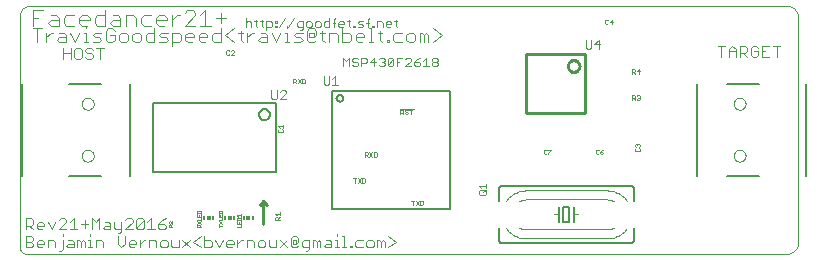
<source format=gto>
G75*
%MOIN*%
%OFA0B0*%
%FSLAX24Y24*%
%IPPOS*%
%LPD*%
%AMOC8*
5,1,8,0,0,1.08239X$1,22.5*
%
%ADD10C,0.0000*%
%ADD11C,0.0100*%
%ADD12C,0.0010*%
%ADD13C,0.0040*%
%ADD14C,0.0030*%
%ADD15R,0.0059X0.0118*%
%ADD16R,0.0118X0.0118*%
%ADD17C,0.0060*%
%ADD18C,0.0050*%
%ADD19C,0.0020*%
D10*
X000872Y000527D02*
X026208Y000527D01*
X026208Y000528D02*
X026246Y000530D01*
X026283Y000535D01*
X026320Y000545D01*
X026356Y000557D01*
X026390Y000574D01*
X026422Y000593D01*
X026453Y000616D01*
X026481Y000641D01*
X026506Y000669D01*
X026529Y000700D01*
X026548Y000732D01*
X026565Y000766D01*
X026577Y000802D01*
X026587Y000839D01*
X026592Y000876D01*
X026594Y000914D01*
X026594Y008399D01*
X026592Y008438D01*
X026586Y008476D01*
X026577Y008514D01*
X026564Y008551D01*
X026547Y008586D01*
X026527Y008619D01*
X026504Y008650D01*
X026478Y008679D01*
X026449Y008705D01*
X026418Y008728D01*
X026385Y008748D01*
X026350Y008765D01*
X026313Y008778D01*
X026275Y008787D01*
X026237Y008793D01*
X026198Y008795D01*
X000984Y008795D01*
X000949Y008793D01*
X000915Y008788D01*
X000881Y008779D01*
X000848Y008766D01*
X000817Y008750D01*
X000788Y008731D01*
X000761Y008709D01*
X000736Y008684D01*
X000714Y008657D01*
X000695Y008628D01*
X000679Y008597D01*
X000666Y008564D01*
X000657Y008530D01*
X000652Y008496D01*
X000650Y008461D01*
X000649Y008461D02*
X000649Y000750D01*
X000651Y000721D01*
X000657Y000692D01*
X000666Y000665D01*
X000679Y000639D01*
X000695Y000614D01*
X000714Y000592D01*
X000736Y000573D01*
X000760Y000557D01*
X000787Y000544D01*
X000814Y000535D01*
X000843Y000529D01*
X000872Y000527D01*
X002721Y003795D02*
X002723Y003822D01*
X002729Y003849D01*
X002738Y003875D01*
X002751Y003899D01*
X002767Y003922D01*
X002786Y003941D01*
X002808Y003958D01*
X002832Y003972D01*
X002857Y003982D01*
X002884Y003989D01*
X002911Y003992D01*
X002939Y003991D01*
X002966Y003986D01*
X002992Y003978D01*
X003016Y003966D01*
X003039Y003950D01*
X003060Y003932D01*
X003077Y003911D01*
X003092Y003887D01*
X003103Y003862D01*
X003111Y003836D01*
X003115Y003809D01*
X003115Y003781D01*
X003111Y003754D01*
X003103Y003728D01*
X003092Y003703D01*
X003077Y003679D01*
X003060Y003658D01*
X003039Y003640D01*
X003017Y003624D01*
X002992Y003612D01*
X002966Y003604D01*
X002939Y003599D01*
X002911Y003598D01*
X002884Y003601D01*
X002857Y003608D01*
X002832Y003618D01*
X002808Y003632D01*
X002786Y003649D01*
X002767Y003668D01*
X002751Y003691D01*
X002738Y003715D01*
X002729Y003741D01*
X002723Y003768D01*
X002721Y003795D01*
X002721Y005527D02*
X002723Y005554D01*
X002729Y005581D01*
X002738Y005607D01*
X002751Y005631D01*
X002767Y005654D01*
X002786Y005673D01*
X002808Y005690D01*
X002832Y005704D01*
X002857Y005714D01*
X002884Y005721D01*
X002911Y005724D01*
X002939Y005723D01*
X002966Y005718D01*
X002992Y005710D01*
X003016Y005698D01*
X003039Y005682D01*
X003060Y005664D01*
X003077Y005643D01*
X003092Y005619D01*
X003103Y005594D01*
X003111Y005568D01*
X003115Y005541D01*
X003115Y005513D01*
X003111Y005486D01*
X003103Y005460D01*
X003092Y005435D01*
X003077Y005411D01*
X003060Y005390D01*
X003039Y005372D01*
X003017Y005356D01*
X002992Y005344D01*
X002966Y005336D01*
X002939Y005331D01*
X002911Y005330D01*
X002884Y005333D01*
X002857Y005340D01*
X002832Y005350D01*
X002808Y005364D01*
X002786Y005381D01*
X002767Y005400D01*
X002751Y005423D01*
X002738Y005447D01*
X002729Y005473D01*
X002723Y005500D01*
X002721Y005527D01*
X024452Y005527D02*
X024454Y005554D01*
X024460Y005581D01*
X024469Y005607D01*
X024482Y005631D01*
X024498Y005654D01*
X024517Y005673D01*
X024539Y005690D01*
X024563Y005704D01*
X024588Y005714D01*
X024615Y005721D01*
X024642Y005724D01*
X024670Y005723D01*
X024697Y005718D01*
X024723Y005710D01*
X024747Y005698D01*
X024770Y005682D01*
X024791Y005664D01*
X024808Y005643D01*
X024823Y005619D01*
X024834Y005594D01*
X024842Y005568D01*
X024846Y005541D01*
X024846Y005513D01*
X024842Y005486D01*
X024834Y005460D01*
X024823Y005435D01*
X024808Y005411D01*
X024791Y005390D01*
X024770Y005372D01*
X024748Y005356D01*
X024723Y005344D01*
X024697Y005336D01*
X024670Y005331D01*
X024642Y005330D01*
X024615Y005333D01*
X024588Y005340D01*
X024563Y005350D01*
X024539Y005364D01*
X024517Y005381D01*
X024498Y005400D01*
X024482Y005423D01*
X024469Y005447D01*
X024460Y005473D01*
X024454Y005500D01*
X024452Y005527D01*
X024452Y003795D02*
X024454Y003822D01*
X024460Y003849D01*
X024469Y003875D01*
X024482Y003899D01*
X024498Y003922D01*
X024517Y003941D01*
X024539Y003958D01*
X024563Y003972D01*
X024588Y003982D01*
X024615Y003989D01*
X024642Y003992D01*
X024670Y003991D01*
X024697Y003986D01*
X024723Y003978D01*
X024747Y003966D01*
X024770Y003950D01*
X024791Y003932D01*
X024808Y003911D01*
X024823Y003887D01*
X024834Y003862D01*
X024842Y003836D01*
X024846Y003809D01*
X024846Y003781D01*
X024842Y003754D01*
X024834Y003728D01*
X024823Y003703D01*
X024808Y003679D01*
X024791Y003658D01*
X024770Y003640D01*
X024748Y003624D01*
X024723Y003612D01*
X024697Y003604D01*
X024670Y003599D01*
X024642Y003598D01*
X024615Y003601D01*
X024588Y003608D01*
X024563Y003618D01*
X024539Y003632D01*
X024517Y003649D01*
X024498Y003668D01*
X024482Y003691D01*
X024469Y003715D01*
X024460Y003741D01*
X024454Y003768D01*
X024452Y003795D01*
D11*
X019508Y005212D02*
X019508Y007181D01*
X017539Y007181D01*
X017539Y005212D01*
X019508Y005212D01*
X018917Y006787D02*
X018919Y006814D01*
X018925Y006841D01*
X018934Y006867D01*
X018947Y006891D01*
X018963Y006914D01*
X018982Y006933D01*
X019004Y006950D01*
X019028Y006964D01*
X019053Y006974D01*
X019080Y006981D01*
X019107Y006984D01*
X019135Y006983D01*
X019162Y006978D01*
X019188Y006970D01*
X019212Y006958D01*
X019235Y006942D01*
X019256Y006924D01*
X019273Y006903D01*
X019288Y006879D01*
X019299Y006854D01*
X019307Y006828D01*
X019311Y006801D01*
X019311Y006773D01*
X019307Y006746D01*
X019299Y006720D01*
X019288Y006695D01*
X019273Y006671D01*
X019256Y006650D01*
X019235Y006632D01*
X019213Y006616D01*
X019188Y006604D01*
X019162Y006596D01*
X019135Y006591D01*
X019107Y006590D01*
X019080Y006593D01*
X019053Y006600D01*
X019028Y006610D01*
X019004Y006624D01*
X018982Y006641D01*
X018963Y006660D01*
X018947Y006683D01*
X018934Y006707D01*
X018925Y006733D01*
X018919Y006760D01*
X018917Y006787D01*
X008899Y002152D02*
X008774Y002277D01*
X008649Y002152D01*
X008774Y002277D02*
X008774Y001527D01*
D12*
X009166Y001657D02*
X009166Y001733D01*
X009191Y001758D01*
X009241Y001758D01*
X009266Y001733D01*
X009266Y001657D01*
X009316Y001657D02*
X009166Y001657D01*
X009266Y001707D02*
X009316Y001758D01*
X009316Y001805D02*
X009316Y001905D01*
X009316Y001855D02*
X009166Y001855D01*
X009216Y001805D01*
X008019Y001805D02*
X007904Y001805D01*
X007943Y001766D01*
X007924Y001728D02*
X007904Y001709D01*
X007904Y001651D01*
X008019Y001651D01*
X008019Y001709D01*
X008000Y001728D01*
X007924Y001728D01*
X008019Y001766D02*
X008019Y001843D01*
X008019Y001613D02*
X008019Y001536D01*
X007904Y001536D01*
X007904Y001613D01*
X007962Y001575D02*
X007962Y001536D01*
X008019Y001498D02*
X008019Y001421D01*
X007904Y001421D01*
X007394Y001460D02*
X007279Y001460D01*
X007279Y001498D02*
X007279Y001421D01*
X007279Y001536D02*
X007394Y001613D01*
X007394Y001651D02*
X007394Y001728D01*
X007394Y001766D02*
X007394Y001843D01*
X007394Y001881D02*
X007394Y001939D01*
X007375Y001958D01*
X007299Y001958D01*
X007279Y001939D01*
X007279Y001881D01*
X007394Y001881D01*
X007337Y001805D02*
X007337Y001766D01*
X007394Y001766D02*
X007279Y001766D01*
X007279Y001843D01*
X007279Y001651D02*
X007394Y001651D01*
X007394Y001536D02*
X007279Y001613D01*
X006691Y001613D02*
X006576Y001536D01*
X006595Y001498D02*
X006633Y001498D01*
X006652Y001479D01*
X006652Y001421D01*
X006652Y001460D02*
X006691Y001498D01*
X006691Y001536D02*
X006576Y001613D01*
X006576Y001651D02*
X006691Y001651D01*
X006691Y001728D01*
X006691Y001766D02*
X006691Y001843D01*
X006691Y001881D02*
X006691Y001939D01*
X006672Y001958D01*
X006595Y001958D01*
X006576Y001939D01*
X006576Y001881D01*
X006691Y001881D01*
X006633Y001805D02*
X006633Y001766D01*
X006576Y001766D02*
X006691Y001766D01*
X006576Y001766D02*
X006576Y001843D01*
X005737Y001605D02*
X005737Y001532D01*
X005664Y001605D01*
X005645Y001605D01*
X005627Y001587D01*
X005627Y001550D01*
X005645Y001532D01*
X005645Y001495D02*
X005682Y001495D01*
X005700Y001476D01*
X005700Y001421D01*
X005700Y001458D02*
X005737Y001495D01*
X005737Y001421D02*
X005627Y001421D01*
X005627Y001476D01*
X005645Y001495D01*
X006576Y001479D02*
X006576Y001421D01*
X006691Y001421D01*
X006595Y001498D02*
X006576Y001479D01*
X011770Y003046D02*
X011870Y003046D01*
X011917Y003046D02*
X012017Y002896D01*
X012064Y002896D02*
X012139Y002896D01*
X012164Y002921D01*
X012164Y003021D01*
X012139Y003046D01*
X012064Y003046D01*
X012064Y002896D01*
X011917Y002896D02*
X012017Y003046D01*
X011820Y003046D02*
X011820Y002896D01*
X013705Y002299D02*
X013805Y002299D01*
X013852Y002299D02*
X013952Y002149D01*
X013999Y002149D02*
X014074Y002149D01*
X014099Y002174D01*
X014099Y002274D01*
X014074Y002299D01*
X013999Y002299D01*
X013999Y002149D01*
X013852Y002149D02*
X013952Y002299D01*
X013755Y002299D02*
X013755Y002149D01*
X012528Y003762D02*
X012553Y003787D01*
X012553Y003887D01*
X012528Y003912D01*
X012453Y003912D01*
X012453Y003762D01*
X012528Y003762D01*
X012406Y003762D02*
X012306Y003912D01*
X012259Y003887D02*
X012259Y003837D01*
X012233Y003812D01*
X012158Y003812D01*
X012158Y003762D02*
X012158Y003912D01*
X012233Y003912D01*
X012259Y003887D01*
X012208Y003812D02*
X012259Y003762D01*
X012306Y003762D02*
X012406Y003912D01*
X009414Y004602D02*
X009414Y004652D01*
X009389Y004677D01*
X009414Y004724D02*
X009414Y004824D01*
X009414Y004774D02*
X009264Y004774D01*
X009314Y004724D01*
X009289Y004677D02*
X009264Y004652D01*
X009264Y004602D01*
X009289Y004577D01*
X009389Y004577D01*
X009414Y004602D01*
X013340Y005179D02*
X013340Y005329D01*
X013415Y005329D01*
X013440Y005304D01*
X013440Y005254D01*
X013415Y005229D01*
X013340Y005229D01*
X013390Y005229D02*
X013440Y005179D01*
X013487Y005204D02*
X013512Y005179D01*
X013562Y005179D01*
X013587Y005204D01*
X013587Y005229D01*
X013562Y005254D01*
X013512Y005254D01*
X013487Y005279D01*
X013487Y005304D01*
X013512Y005329D01*
X013562Y005329D01*
X013587Y005304D01*
X013634Y005329D02*
X013734Y005329D01*
X013777Y005349D02*
X013335Y005349D01*
X013684Y005329D02*
X013684Y005179D01*
X010160Y006234D02*
X010160Y006334D01*
X010135Y006359D01*
X010060Y006359D01*
X010060Y006209D01*
X010135Y006209D01*
X010160Y006234D01*
X010013Y006209D02*
X009913Y006359D01*
X009866Y006334D02*
X009841Y006359D01*
X009766Y006359D01*
X009766Y006209D01*
X009766Y006259D02*
X009841Y006259D01*
X009866Y006284D01*
X009866Y006334D01*
X009816Y006259D02*
X009866Y006209D01*
X009913Y006209D02*
X010013Y006359D01*
X007788Y007169D02*
X007688Y007169D01*
X007788Y007269D01*
X007788Y007294D01*
X007763Y007319D01*
X007713Y007319D01*
X007688Y007294D01*
X007640Y007294D02*
X007615Y007319D01*
X007565Y007319D01*
X007540Y007294D01*
X007540Y007194D01*
X007565Y007169D01*
X007615Y007169D01*
X007640Y007194D01*
X018121Y003978D02*
X018121Y003878D01*
X018146Y003853D01*
X018196Y003853D01*
X018221Y003878D01*
X018268Y003878D02*
X018268Y003853D01*
X018268Y003878D02*
X018368Y003978D01*
X018368Y004003D01*
X018268Y004003D01*
X018221Y003978D02*
X018196Y004003D01*
X018146Y004003D01*
X018121Y003978D01*
X019853Y003978D02*
X019853Y003878D01*
X019878Y003853D01*
X019928Y003853D01*
X019953Y003878D01*
X020001Y003878D02*
X020026Y003853D01*
X020076Y003853D01*
X020101Y003878D01*
X020101Y003903D01*
X020076Y003928D01*
X020001Y003928D01*
X020001Y003878D01*
X020001Y003928D02*
X020051Y003978D01*
X020101Y004003D01*
X019953Y003978D02*
X019928Y004003D01*
X019878Y004003D01*
X019853Y003978D01*
X021165Y003970D02*
X021190Y003945D01*
X021290Y003945D01*
X021315Y003970D01*
X021315Y004020D01*
X021290Y004045D01*
X021290Y004092D02*
X021315Y004117D01*
X021315Y004167D01*
X021290Y004192D01*
X021265Y004192D01*
X021240Y004167D01*
X021240Y004142D01*
X021240Y004167D02*
X021215Y004192D01*
X021190Y004192D01*
X021165Y004167D01*
X021165Y004117D01*
X021190Y004092D01*
X021190Y004045D02*
X021165Y004020D01*
X021165Y003970D01*
X021166Y005657D02*
X021116Y005707D01*
X021141Y005707D02*
X021066Y005707D01*
X021066Y005657D02*
X021066Y005808D01*
X021141Y005808D01*
X021166Y005783D01*
X021166Y005733D01*
X021141Y005707D01*
X021213Y005682D02*
X021238Y005657D01*
X021288Y005657D01*
X021313Y005682D01*
X021313Y005707D01*
X021288Y005733D01*
X021263Y005733D01*
X021288Y005733D02*
X021313Y005758D01*
X021313Y005783D01*
X021288Y005808D01*
X021238Y005808D01*
X021213Y005783D01*
X021166Y006533D02*
X021116Y006583D01*
X021141Y006583D02*
X021066Y006583D01*
X021066Y006533D02*
X021066Y006684D01*
X021141Y006684D01*
X021166Y006659D01*
X021166Y006608D01*
X021141Y006583D01*
X021213Y006608D02*
X021313Y006608D01*
X021288Y006533D02*
X021288Y006684D01*
X021213Y006608D01*
X020391Y008184D02*
X020391Y008334D01*
X020316Y008259D01*
X020416Y008259D01*
X020268Y008209D02*
X020243Y008184D01*
X020193Y008184D01*
X020168Y008209D01*
X020168Y008309D01*
X020193Y008334D01*
X020243Y008334D01*
X020268Y008309D01*
D13*
X014717Y007817D02*
X014424Y007597D01*
X014275Y007597D02*
X014275Y007817D01*
X014202Y007890D01*
X014129Y007817D01*
X014129Y007597D01*
X013982Y007597D02*
X013982Y007890D01*
X014055Y007890D01*
X014129Y007817D01*
X013833Y007817D02*
X013760Y007890D01*
X013613Y007890D01*
X013540Y007817D01*
X013540Y007670D01*
X013613Y007597D01*
X013760Y007597D01*
X013833Y007670D01*
X013833Y007817D01*
X013391Y007890D02*
X013171Y007890D01*
X013098Y007817D01*
X013098Y007670D01*
X013171Y007597D01*
X013391Y007597D01*
X012950Y007597D02*
X012877Y007597D01*
X012877Y007670D01*
X012950Y007670D01*
X012950Y007597D01*
X012729Y007597D02*
X012656Y007670D01*
X012656Y007964D01*
X012729Y007890D02*
X012582Y007890D01*
X012361Y008037D02*
X012361Y007597D01*
X012288Y007597D02*
X012434Y007597D01*
X012139Y007743D02*
X011846Y007743D01*
X011846Y007670D02*
X011846Y007817D01*
X011919Y007890D01*
X012066Y007890D01*
X012139Y007817D01*
X012139Y007743D01*
X012066Y007597D02*
X011919Y007597D01*
X011846Y007670D01*
X011697Y007670D02*
X011697Y007817D01*
X011624Y007890D01*
X011404Y007890D01*
X011404Y008037D02*
X011404Y007597D01*
X011624Y007597D01*
X011697Y007670D01*
X011255Y007597D02*
X011255Y007817D01*
X011182Y007890D01*
X010962Y007890D01*
X010962Y007597D01*
X010814Y007597D02*
X010740Y007670D01*
X010740Y007964D01*
X010667Y007890D02*
X010814Y007890D01*
X010519Y007817D02*
X010445Y007743D01*
X010445Y007890D01*
X010298Y007890D01*
X010298Y007743D01*
X010445Y007743D01*
X010519Y007670D02*
X010445Y007597D01*
X010298Y007597D01*
X010225Y007670D01*
X010225Y007964D01*
X010298Y008037D01*
X010445Y008037D01*
X010519Y007964D01*
X010519Y007817D01*
X010077Y007890D02*
X009856Y007890D01*
X009783Y007817D01*
X009856Y007743D01*
X010003Y007743D01*
X010077Y007670D01*
X010003Y007597D01*
X009783Y007597D01*
X009635Y007597D02*
X009488Y007597D01*
X009562Y007597D02*
X009562Y007890D01*
X009488Y007890D01*
X009340Y007890D02*
X009193Y007597D01*
X009046Y007890D01*
X008898Y007817D02*
X008898Y007597D01*
X008678Y007597D01*
X008604Y007670D01*
X008678Y007743D01*
X008898Y007743D01*
X008898Y007817D02*
X008825Y007890D01*
X008678Y007890D01*
X008456Y007890D02*
X008383Y007890D01*
X008236Y007743D01*
X008236Y007597D02*
X008236Y007890D01*
X008088Y007890D02*
X007941Y007890D01*
X008015Y007964D02*
X008015Y007670D01*
X008088Y007597D01*
X007793Y007597D02*
X007499Y007817D01*
X007793Y008037D01*
X007351Y008037D02*
X007351Y007597D01*
X007131Y007597D01*
X007057Y007670D01*
X007057Y007817D01*
X007131Y007890D01*
X007351Y007890D01*
X006909Y007817D02*
X006909Y007743D01*
X006615Y007743D01*
X006615Y007670D02*
X006615Y007817D01*
X006689Y007890D01*
X006836Y007890D01*
X006909Y007817D01*
X006836Y007597D02*
X006689Y007597D01*
X006615Y007670D01*
X006467Y007743D02*
X006173Y007743D01*
X006173Y007670D02*
X006173Y007817D01*
X006247Y007890D01*
X006394Y007890D01*
X006467Y007817D01*
X006467Y007743D01*
X006394Y007597D02*
X006247Y007597D01*
X006173Y007670D01*
X006025Y007670D02*
X005952Y007597D01*
X005732Y007597D01*
X005583Y007670D02*
X005510Y007743D01*
X005363Y007743D01*
X005290Y007817D01*
X005363Y007890D01*
X005583Y007890D01*
X005732Y007890D02*
X005952Y007890D01*
X006025Y007817D01*
X006025Y007670D01*
X005583Y007670D02*
X005510Y007597D01*
X005290Y007597D01*
X005141Y007597D02*
X004921Y007597D01*
X004848Y007670D01*
X004848Y007817D01*
X004921Y007890D01*
X005141Y007890D01*
X005141Y008037D02*
X005141Y007597D01*
X004699Y007670D02*
X004699Y007817D01*
X004626Y007890D01*
X004479Y007890D01*
X004406Y007817D01*
X004406Y007670D01*
X004479Y007597D01*
X004626Y007597D01*
X004699Y007670D01*
X004257Y007670D02*
X004257Y007817D01*
X004184Y007890D01*
X004037Y007890D01*
X003964Y007817D01*
X003964Y007670D01*
X004037Y007597D01*
X004184Y007597D01*
X004257Y007670D01*
X003815Y007670D02*
X003815Y007817D01*
X003668Y007817D01*
X003373Y007890D02*
X003153Y007890D01*
X003080Y007817D01*
X003153Y007743D01*
X003300Y007743D01*
X003373Y007670D01*
X003300Y007597D01*
X003080Y007597D01*
X002932Y007597D02*
X002785Y007597D01*
X002858Y007597D02*
X002858Y007890D01*
X002785Y007890D01*
X002637Y007890D02*
X002490Y007597D01*
X002343Y007890D01*
X002195Y007817D02*
X002195Y007597D01*
X001974Y007597D01*
X001901Y007670D01*
X001974Y007743D01*
X002195Y007743D01*
X002195Y007817D02*
X002121Y007890D01*
X001974Y007890D01*
X001753Y007890D02*
X001680Y007890D01*
X001533Y007743D01*
X001533Y007597D02*
X001533Y007890D01*
X001384Y008037D02*
X001091Y008037D01*
X001084Y008130D02*
X001084Y008651D01*
X001431Y008651D01*
X001686Y008477D02*
X001859Y008477D01*
X001946Y008390D01*
X001946Y008130D01*
X001686Y008130D01*
X001599Y008217D01*
X001686Y008304D01*
X001946Y008304D01*
X002115Y008390D02*
X002115Y008217D01*
X002202Y008130D01*
X002462Y008130D01*
X002631Y008217D02*
X002631Y008390D01*
X002717Y008477D01*
X002891Y008477D01*
X002977Y008390D01*
X002977Y008304D01*
X002631Y008304D01*
X002631Y008217D02*
X002717Y008130D01*
X002891Y008130D01*
X002858Y008110D02*
X002858Y008037D01*
X003146Y008217D02*
X003233Y008130D01*
X003493Y008130D01*
X003493Y008651D01*
X003493Y008477D02*
X003233Y008477D01*
X003146Y008390D01*
X003146Y008217D01*
X003522Y007964D02*
X003522Y007670D01*
X003595Y007597D01*
X003742Y007597D01*
X003815Y007670D01*
X003815Y007964D02*
X003742Y008037D01*
X003595Y008037D01*
X003522Y007964D01*
X003749Y008130D02*
X003662Y008217D01*
X003749Y008304D01*
X004009Y008304D01*
X004009Y008390D02*
X004009Y008130D01*
X003749Y008130D01*
X004177Y008130D02*
X004177Y008477D01*
X004438Y008477D01*
X004524Y008390D01*
X004524Y008130D01*
X004693Y008217D02*
X004780Y008130D01*
X005040Y008130D01*
X005209Y008217D02*
X005209Y008390D01*
X005295Y008477D01*
X005469Y008477D01*
X005556Y008390D01*
X005556Y008304D01*
X005209Y008304D01*
X005209Y008217D02*
X005295Y008130D01*
X005469Y008130D01*
X005724Y008130D02*
X005724Y008477D01*
X005724Y008304D02*
X005898Y008477D01*
X005985Y008477D01*
X006154Y008564D02*
X006241Y008651D01*
X006414Y008651D01*
X006501Y008564D01*
X006501Y008477D01*
X006154Y008130D01*
X006501Y008130D01*
X006670Y008130D02*
X007017Y008130D01*
X006843Y008130D02*
X006843Y008651D01*
X006670Y008477D01*
X007185Y008390D02*
X007532Y008390D01*
X007359Y008217D02*
X007359Y008564D01*
X005732Y007890D02*
X005732Y007450D01*
X004693Y008217D02*
X004693Y008390D01*
X004780Y008477D01*
X005040Y008477D01*
X004009Y008390D02*
X003922Y008477D01*
X003749Y008477D01*
X002462Y008477D02*
X002202Y008477D01*
X002115Y008390D01*
X001257Y008390D02*
X001084Y008390D01*
X001238Y008037D02*
X001238Y007597D01*
X009562Y008037D02*
X009562Y008110D01*
X012288Y008037D02*
X012361Y008037D01*
X014424Y008037D02*
X014717Y007817D01*
D14*
X013236Y008083D02*
X013188Y008131D01*
X013188Y008325D01*
X013236Y008276D02*
X013139Y008276D01*
X013038Y008228D02*
X012990Y008276D01*
X012893Y008276D01*
X012845Y008228D01*
X012845Y008131D01*
X012893Y008083D01*
X012990Y008083D01*
X013038Y008179D02*
X012845Y008179D01*
X012744Y008228D02*
X012744Y008083D01*
X012744Y008228D02*
X012695Y008276D01*
X012550Y008276D01*
X012550Y008083D01*
X012451Y008083D02*
X012403Y008083D01*
X012403Y008131D01*
X012451Y008131D01*
X012451Y008083D01*
X012255Y008083D02*
X012255Y008325D01*
X012303Y008373D01*
X012105Y008276D02*
X011960Y008276D01*
X011912Y008228D01*
X011960Y008179D01*
X012057Y008179D01*
X012105Y008131D01*
X012057Y008083D01*
X011912Y008083D01*
X011813Y008083D02*
X011764Y008083D01*
X011764Y008131D01*
X011813Y008131D01*
X011813Y008083D01*
X011665Y008083D02*
X011616Y008131D01*
X011616Y008325D01*
X011568Y008276D02*
X011665Y008276D01*
X011467Y008228D02*
X011467Y008179D01*
X011273Y008179D01*
X011273Y008131D02*
X011273Y008228D01*
X011322Y008276D01*
X011418Y008276D01*
X011467Y008228D01*
X011418Y008083D02*
X011322Y008083D01*
X011273Y008131D01*
X011173Y008228D02*
X011077Y008228D01*
X011125Y008325D02*
X011125Y008083D01*
X010976Y008083D02*
X010830Y008083D01*
X010782Y008131D01*
X010782Y008228D01*
X010830Y008276D01*
X010976Y008276D01*
X010976Y008373D02*
X010976Y008083D01*
X010681Y008131D02*
X010681Y008228D01*
X010633Y008276D01*
X010536Y008276D01*
X010487Y008228D01*
X010487Y008131D01*
X010536Y008083D01*
X010633Y008083D01*
X010681Y008131D01*
X010386Y008131D02*
X010386Y008228D01*
X010338Y008276D01*
X010241Y008276D01*
X010193Y008228D01*
X010193Y008131D01*
X010241Y008083D01*
X010338Y008083D01*
X010386Y008131D01*
X010092Y008083D02*
X009947Y008083D01*
X009898Y008131D01*
X009898Y008228D01*
X009947Y008276D01*
X010092Y008276D01*
X010092Y008034D01*
X010043Y007986D01*
X009995Y007986D01*
X009603Y008083D02*
X009797Y008373D01*
X009502Y008373D02*
X009309Y008083D01*
X009210Y008083D02*
X009162Y008083D01*
X009162Y008131D01*
X009210Y008131D01*
X009210Y008083D01*
X009210Y008228D02*
X009162Y008228D01*
X009162Y008276D01*
X009210Y008276D01*
X009210Y008228D01*
X009060Y008228D02*
X009060Y008131D01*
X009012Y008083D01*
X008867Y008083D01*
X008867Y007986D02*
X008867Y008276D01*
X009012Y008276D01*
X009060Y008228D01*
X008767Y008276D02*
X008670Y008276D01*
X008719Y008325D02*
X008719Y008131D01*
X008767Y008083D01*
X008571Y008083D02*
X008522Y008131D01*
X008522Y008325D01*
X008474Y008276D02*
X008571Y008276D01*
X008373Y008228D02*
X008373Y008083D01*
X008373Y008228D02*
X008324Y008276D01*
X008228Y008276D01*
X008179Y008228D01*
X008179Y008373D02*
X008179Y008083D01*
X011125Y008325D02*
X011173Y008373D01*
X012206Y008228D02*
X012303Y008228D01*
X013038Y008228D02*
X013038Y008179D01*
X013060Y007066D02*
X012964Y007066D01*
X012915Y007018D01*
X012915Y006824D01*
X013109Y007018D01*
X013109Y006824D01*
X013060Y006776D01*
X012964Y006776D01*
X012915Y006824D01*
X012814Y006824D02*
X012766Y006776D01*
X012669Y006776D01*
X012621Y006824D01*
X012471Y006776D02*
X012471Y007066D01*
X012326Y006921D01*
X012520Y006921D01*
X012621Y007018D02*
X012669Y007066D01*
X012766Y007066D01*
X012814Y007018D01*
X012814Y006969D01*
X012766Y006921D01*
X012814Y006872D01*
X012814Y006824D01*
X013210Y006776D02*
X013210Y007066D01*
X013403Y007066D01*
X013505Y007018D02*
X013553Y007066D01*
X013650Y007066D01*
X013698Y007018D01*
X013698Y006969D01*
X013505Y006776D01*
X013698Y006776D01*
X013799Y006824D02*
X013848Y006776D01*
X013944Y006776D01*
X013993Y006824D01*
X013993Y006872D01*
X013944Y006921D01*
X013799Y006921D01*
X013799Y006824D01*
X014094Y006776D02*
X014287Y006776D01*
X014191Y006776D02*
X014191Y007066D01*
X014094Y006969D01*
X013993Y007066D02*
X013896Y007018D01*
X013799Y006921D01*
X013307Y006921D02*
X013210Y006921D01*
X013109Y007018D02*
X013060Y007066D01*
X012766Y006921D02*
X012717Y006921D01*
X012225Y006921D02*
X012176Y006872D01*
X012031Y006872D01*
X012031Y006776D02*
X012031Y007066D01*
X012176Y007066D01*
X012225Y007018D01*
X012225Y006921D01*
X011930Y006872D02*
X011930Y006824D01*
X011882Y006776D01*
X011785Y006776D01*
X011737Y006824D01*
X011636Y006776D02*
X011636Y007066D01*
X011539Y006969D01*
X011442Y007066D01*
X011442Y006776D01*
X011737Y006969D02*
X011785Y006921D01*
X011882Y006921D01*
X011930Y006872D01*
X011737Y006969D02*
X011737Y007018D01*
X011785Y007066D01*
X011882Y007066D01*
X011930Y007018D01*
X011169Y006453D02*
X011169Y006163D01*
X011072Y006163D02*
X011266Y006163D01*
X010971Y006211D02*
X010971Y006453D01*
X011072Y006356D02*
X011169Y006453D01*
X010778Y006453D02*
X010778Y006211D01*
X010826Y006163D01*
X010923Y006163D01*
X010971Y006211D01*
X009528Y005923D02*
X009528Y005875D01*
X009334Y005681D01*
X009528Y005681D01*
X009233Y005729D02*
X009233Y005971D01*
X009334Y005923D02*
X009383Y005971D01*
X009480Y005971D01*
X009528Y005923D01*
X009233Y005729D02*
X009185Y005681D01*
X009088Y005681D01*
X009040Y005729D01*
X009040Y005971D01*
X014389Y006824D02*
X014389Y006872D01*
X014437Y006921D01*
X014534Y006921D01*
X014582Y006872D01*
X014582Y006824D01*
X014534Y006776D01*
X014437Y006776D01*
X014389Y006824D01*
X014437Y006921D02*
X014389Y006969D01*
X014389Y007018D01*
X014437Y007066D01*
X014534Y007066D01*
X014582Y007018D01*
X014582Y006969D01*
X014534Y006921D01*
X019511Y007410D02*
X019559Y007361D01*
X019656Y007361D01*
X019704Y007410D01*
X019704Y007652D01*
X019806Y007506D02*
X019999Y007506D01*
X019951Y007361D02*
X019951Y007652D01*
X019806Y007506D01*
X019511Y007410D02*
X019511Y007652D01*
X023913Y007461D02*
X024159Y007461D01*
X024036Y007461D02*
X024036Y007091D01*
X024281Y007091D02*
X024281Y007338D01*
X024404Y007461D01*
X024528Y007338D01*
X024528Y007091D01*
X024649Y007091D02*
X024649Y007461D01*
X024834Y007461D01*
X024896Y007399D01*
X024896Y007276D01*
X024834Y007214D01*
X024649Y007214D01*
X024773Y007214D02*
X024896Y007091D01*
X025017Y007152D02*
X025079Y007091D01*
X025203Y007091D01*
X025264Y007152D01*
X025264Y007276D01*
X025141Y007276D01*
X025017Y007399D02*
X025017Y007152D01*
X025386Y007091D02*
X025633Y007091D01*
X025878Y007091D02*
X025878Y007461D01*
X026001Y007461D02*
X025754Y007461D01*
X025633Y007461D02*
X025386Y007461D01*
X025386Y007091D01*
X025386Y007276D02*
X025509Y007276D01*
X025264Y007399D02*
X025203Y007461D01*
X025079Y007461D01*
X025017Y007399D01*
X024528Y007276D02*
X024281Y007276D01*
X011224Y001173D02*
X011224Y001112D01*
X011224Y000988D02*
X011224Y000741D01*
X011162Y000741D02*
X011286Y000741D01*
X011408Y000741D02*
X011531Y000741D01*
X011470Y000741D02*
X011470Y001112D01*
X011408Y001112D01*
X011224Y000988D02*
X011162Y000988D01*
X011041Y000926D02*
X011041Y000741D01*
X010856Y000741D01*
X010794Y000803D01*
X010856Y000865D01*
X011041Y000865D01*
X011041Y000926D02*
X010979Y000988D01*
X010856Y000988D01*
X010673Y000926D02*
X010673Y000741D01*
X010549Y000741D02*
X010549Y000926D01*
X010611Y000988D01*
X010673Y000926D01*
X010549Y000926D02*
X010487Y000988D01*
X010426Y000988D01*
X010426Y000741D01*
X010304Y000741D02*
X010119Y000741D01*
X010057Y000803D01*
X010057Y000926D01*
X010119Y000988D01*
X010304Y000988D01*
X010304Y000680D01*
X010243Y000618D01*
X010181Y000618D01*
X009936Y000803D02*
X009874Y000741D01*
X009751Y000741D01*
X009689Y000803D01*
X009689Y001050D01*
X009751Y001112D01*
X009874Y001112D01*
X009936Y001050D01*
X009936Y000926D01*
X009874Y000865D01*
X009874Y000988D01*
X009751Y000988D01*
X009751Y000865D01*
X009874Y000865D01*
X009568Y000988D02*
X009321Y000741D01*
X009199Y000741D02*
X009199Y000988D01*
X009321Y000988D02*
X009568Y000741D01*
X009199Y000741D02*
X009014Y000741D01*
X008952Y000803D01*
X008952Y000988D01*
X008831Y000926D02*
X008769Y000988D01*
X008646Y000988D01*
X008584Y000926D01*
X008584Y000803D01*
X008646Y000741D01*
X008769Y000741D01*
X008831Y000803D01*
X008831Y000926D01*
X008463Y000926D02*
X008463Y000741D01*
X008216Y000741D02*
X008216Y000988D01*
X008401Y000988D01*
X008463Y000926D01*
X008094Y000988D02*
X008032Y000988D01*
X007909Y000865D01*
X007787Y000865D02*
X007541Y000865D01*
X007541Y000926D02*
X007602Y000988D01*
X007726Y000988D01*
X007787Y000926D01*
X007787Y000865D01*
X007909Y000741D02*
X007909Y000988D01*
X007541Y000926D02*
X007541Y000803D01*
X007602Y000741D01*
X007726Y000741D01*
X007419Y000988D02*
X007296Y000741D01*
X007172Y000988D01*
X007051Y000926D02*
X006989Y000988D01*
X006804Y000988D01*
X006804Y001112D02*
X006804Y000741D01*
X006989Y000741D01*
X007051Y000803D01*
X007051Y000926D01*
X006683Y000741D02*
X006436Y000926D01*
X006683Y001112D01*
X006314Y000988D02*
X006067Y000741D01*
X005946Y000741D02*
X005946Y000988D01*
X006067Y000988D02*
X006314Y000741D01*
X005946Y000741D02*
X005761Y000741D01*
X005699Y000803D01*
X005699Y000988D01*
X005578Y000926D02*
X005516Y000988D01*
X005392Y000988D01*
X005331Y000926D01*
X005331Y000803D01*
X005392Y000741D01*
X005516Y000741D01*
X005578Y000803D01*
X005578Y000926D01*
X005209Y000926D02*
X005209Y000741D01*
X004962Y000741D02*
X004962Y000988D01*
X005148Y000988D01*
X005209Y000926D01*
X004841Y000988D02*
X004779Y000988D01*
X004655Y000865D01*
X004534Y000865D02*
X004287Y000865D01*
X004287Y000926D02*
X004349Y000988D01*
X004472Y000988D01*
X004534Y000926D01*
X004534Y000865D01*
X004655Y000988D02*
X004655Y000741D01*
X004472Y000741D02*
X004349Y000741D01*
X004287Y000803D01*
X004287Y000926D01*
X004166Y000865D02*
X004166Y001112D01*
X004043Y001280D02*
X003981Y001218D01*
X003919Y001218D01*
X003919Y001112D02*
X003919Y000865D01*
X004042Y000741D01*
X004166Y000865D01*
X003429Y000926D02*
X003429Y000741D01*
X003182Y000741D02*
X003182Y000988D01*
X003367Y000988D01*
X003429Y000926D01*
X003060Y000741D02*
X002937Y000741D01*
X002998Y000741D02*
X002998Y000988D01*
X002937Y000988D01*
X002815Y000926D02*
X002815Y000741D01*
X002692Y000741D02*
X002692Y000926D01*
X002753Y000988D01*
X002815Y000926D01*
X002692Y000926D02*
X002630Y000988D01*
X002568Y000988D01*
X002568Y000741D01*
X002447Y000741D02*
X002262Y000741D01*
X002200Y000803D01*
X002262Y000865D01*
X002447Y000865D01*
X002447Y000926D02*
X002447Y000741D01*
X002078Y000680D02*
X002016Y000618D01*
X001954Y000618D01*
X002078Y000680D02*
X002078Y000988D01*
X002078Y001112D02*
X002078Y001173D01*
X002201Y001341D02*
X001954Y001341D01*
X002201Y001588D01*
X002201Y001650D01*
X002140Y001712D01*
X002016Y001712D01*
X001954Y001650D01*
X001833Y001588D02*
X001710Y001341D01*
X001586Y001588D01*
X001465Y001526D02*
X001465Y001465D01*
X001218Y001465D01*
X001218Y001526D02*
X001218Y001403D01*
X001280Y001341D01*
X001403Y001341D01*
X001465Y001526D02*
X001403Y001588D01*
X001280Y001588D01*
X001218Y001526D01*
X001096Y001526D02*
X001035Y001465D01*
X000850Y001465D01*
X000973Y001465D02*
X001096Y001341D01*
X000850Y001341D02*
X000850Y001712D01*
X001035Y001712D01*
X001096Y001650D01*
X001096Y001526D01*
X001035Y001112D02*
X001096Y001050D01*
X001096Y000988D01*
X001035Y000926D01*
X000850Y000926D01*
X001035Y000926D02*
X001096Y000865D01*
X001096Y000803D01*
X001035Y000741D01*
X000850Y000741D01*
X000850Y001112D01*
X001035Y001112D01*
X001218Y000926D02*
X001280Y000988D01*
X001403Y000988D01*
X001465Y000926D01*
X001465Y000865D01*
X001218Y000865D01*
X001218Y000926D02*
X001218Y000803D01*
X001280Y000741D01*
X001403Y000741D01*
X001586Y000741D02*
X001586Y000988D01*
X001771Y000988D01*
X001833Y000926D01*
X001833Y000741D01*
X002385Y000988D02*
X002447Y000926D01*
X002385Y000988D02*
X002262Y000988D01*
X002998Y001112D02*
X002998Y001173D01*
X003059Y001341D02*
X003059Y001712D01*
X003183Y001588D01*
X003306Y001712D01*
X003306Y001341D01*
X003428Y001403D02*
X003489Y001465D01*
X003675Y001465D01*
X003675Y001526D02*
X003675Y001341D01*
X003489Y001341D01*
X003428Y001403D01*
X003796Y001403D02*
X003858Y001341D01*
X004043Y001341D01*
X004043Y001280D02*
X004043Y001588D01*
X004164Y001650D02*
X004226Y001712D01*
X004350Y001712D01*
X004411Y001650D01*
X004411Y001588D01*
X004164Y001341D01*
X004411Y001341D01*
X004533Y001403D02*
X004780Y001650D01*
X004780Y001403D01*
X004718Y001341D01*
X004594Y001341D01*
X004533Y001403D01*
X004533Y001650D01*
X004594Y001712D01*
X004718Y001712D01*
X004780Y001650D01*
X004901Y001588D02*
X005024Y001712D01*
X005024Y001341D01*
X004901Y001341D02*
X005148Y001341D01*
X005269Y001403D02*
X005331Y001341D01*
X005454Y001341D01*
X005516Y001403D01*
X005516Y001465D01*
X005454Y001526D01*
X005269Y001526D01*
X005269Y001403D01*
X005269Y001526D02*
X005393Y001650D01*
X005516Y001712D01*
X003796Y001588D02*
X003796Y001403D01*
X003675Y001526D02*
X003613Y001588D01*
X003489Y001588D01*
X002938Y001526D02*
X002691Y001526D01*
X002815Y001403D02*
X002815Y001650D01*
X002446Y001712D02*
X002323Y001588D01*
X002446Y001712D02*
X002446Y001341D01*
X002323Y001341D02*
X002570Y001341D01*
X011653Y000803D02*
X011653Y000741D01*
X011715Y000741D01*
X011715Y000803D01*
X011653Y000803D01*
X011838Y000803D02*
X011899Y000741D01*
X012084Y000741D01*
X012206Y000803D02*
X012268Y000741D01*
X012391Y000741D01*
X012453Y000803D01*
X012453Y000926D01*
X012391Y000988D01*
X012268Y000988D01*
X012206Y000926D01*
X012206Y000803D01*
X012574Y000741D02*
X012574Y000988D01*
X012636Y000988D01*
X012698Y000926D01*
X012759Y000988D01*
X012821Y000926D01*
X012821Y000741D01*
X012943Y000741D02*
X013189Y000926D01*
X012943Y001112D01*
X012698Y000926D02*
X012698Y000741D01*
X012084Y000988D02*
X011899Y000988D01*
X011838Y000926D01*
X011838Y000803D01*
X003329Y007027D02*
X003329Y007397D01*
X003452Y007397D02*
X003205Y007397D01*
X003084Y007335D02*
X003022Y007397D01*
X002899Y007397D01*
X002837Y007335D01*
X002837Y007274D01*
X002899Y007212D01*
X003022Y007212D01*
X003084Y007150D01*
X003084Y007088D01*
X003022Y007027D01*
X002899Y007027D01*
X002837Y007088D01*
X002716Y007088D02*
X002716Y007335D01*
X002654Y007397D01*
X002531Y007397D01*
X002469Y007335D01*
X002469Y007088D01*
X002531Y007027D01*
X002654Y007027D01*
X002716Y007088D01*
X002347Y007027D02*
X002347Y007397D01*
X002101Y007397D02*
X002101Y007027D01*
X002101Y007212D02*
X002347Y007212D01*
D15*
X006798Y001725D03*
X007093Y001725D03*
X007502Y001725D03*
X007797Y001725D03*
X008127Y001725D03*
X008422Y001725D03*
D16*
X008274Y001725D03*
X007649Y001725D03*
X006946Y001725D03*
D17*
X005102Y003251D02*
X005102Y005554D01*
X009197Y005554D01*
X009197Y003251D01*
X005102Y003251D01*
X008632Y005170D02*
X008634Y005196D01*
X008640Y005222D01*
X008649Y005247D01*
X008662Y005270D01*
X008678Y005291D01*
X008697Y005309D01*
X008719Y005325D01*
X008742Y005337D01*
X008767Y005345D01*
X008793Y005350D01*
X008820Y005351D01*
X008846Y005348D01*
X008871Y005341D01*
X008896Y005331D01*
X008918Y005317D01*
X008939Y005300D01*
X008956Y005281D01*
X008971Y005259D01*
X008982Y005235D01*
X008990Y005209D01*
X008994Y005183D01*
X008994Y005157D01*
X008990Y005131D01*
X008982Y005105D01*
X008971Y005081D01*
X008956Y005059D01*
X008939Y005040D01*
X008918Y005023D01*
X008896Y005009D01*
X008871Y004999D01*
X008846Y004992D01*
X008820Y004989D01*
X008793Y004990D01*
X008767Y004995D01*
X008742Y005003D01*
X008719Y005015D01*
X008697Y005031D01*
X008678Y005049D01*
X008662Y005070D01*
X008649Y005093D01*
X008640Y005118D01*
X008634Y005144D01*
X008632Y005170D01*
X016626Y002687D02*
X016626Y002287D01*
X016626Y002687D02*
X016628Y002704D01*
X016632Y002721D01*
X016639Y002737D01*
X016649Y002751D01*
X016662Y002764D01*
X016676Y002774D01*
X016692Y002781D01*
X016709Y002785D01*
X016726Y002787D01*
X021026Y002787D01*
X021043Y002785D01*
X021060Y002781D01*
X021076Y002774D01*
X021090Y002764D01*
X021103Y002751D01*
X021113Y002737D01*
X021120Y002721D01*
X021124Y002704D01*
X021126Y002687D01*
X021126Y002287D01*
X019126Y002087D02*
X019126Y001837D01*
X019126Y001587D01*
X018976Y001587D02*
X018976Y002087D01*
X018776Y002087D01*
X018776Y001587D01*
X018976Y001587D01*
X018626Y001587D02*
X018626Y001837D01*
X018626Y002087D01*
X016626Y001387D02*
X016626Y000987D01*
X016628Y000970D01*
X016632Y000953D01*
X016639Y000937D01*
X016649Y000923D01*
X016662Y000910D01*
X016676Y000900D01*
X016692Y000893D01*
X016709Y000889D01*
X016726Y000887D01*
X021026Y000887D01*
X021043Y000889D01*
X021060Y000893D01*
X021076Y000900D01*
X021090Y000910D01*
X021103Y000923D01*
X021113Y000937D01*
X021120Y000953D01*
X021124Y000970D01*
X021126Y000987D01*
X021126Y001387D01*
D18*
X023231Y003126D02*
X023231Y006197D01*
X023231Y005921D02*
X023231Y005488D01*
X024215Y006197D02*
X025278Y006197D01*
X026853Y006197D02*
X026853Y003126D01*
X025278Y003126D02*
X024215Y003126D01*
X023231Y003401D02*
X023231Y003835D01*
X015007Y002013D02*
X015007Y005950D01*
X011070Y005950D01*
X011070Y002013D01*
X015007Y002013D01*
X011208Y005713D02*
X011210Y005734D01*
X011216Y005753D01*
X011225Y005772D01*
X011237Y005788D01*
X011253Y005802D01*
X011270Y005813D01*
X011289Y005821D01*
X011310Y005825D01*
X011330Y005825D01*
X011351Y005821D01*
X011370Y005813D01*
X011387Y005802D01*
X011403Y005788D01*
X011415Y005772D01*
X011424Y005753D01*
X011430Y005734D01*
X011432Y005713D01*
X011430Y005692D01*
X011424Y005673D01*
X011415Y005654D01*
X011403Y005638D01*
X011387Y005624D01*
X011370Y005613D01*
X011351Y005605D01*
X011330Y005601D01*
X011310Y005601D01*
X011289Y005605D01*
X011270Y005613D01*
X011253Y005624D01*
X011237Y005638D01*
X011225Y005654D01*
X011216Y005673D01*
X011210Y005692D01*
X011208Y005713D01*
X004336Y005921D02*
X004336Y005488D01*
X004336Y006197D02*
X004336Y003126D01*
X004336Y003401D02*
X004336Y003835D01*
X003351Y003126D02*
X002288Y003126D01*
X000713Y003126D02*
X000713Y006197D01*
X002288Y006197D02*
X003351Y006197D01*
D19*
X015962Y002792D02*
X016182Y002792D01*
X016182Y002719D02*
X016182Y002866D01*
X016035Y002719D02*
X015962Y002792D01*
X015999Y002645D02*
X016146Y002645D01*
X016182Y002608D01*
X016182Y002535D01*
X016146Y002498D01*
X015999Y002498D01*
X015962Y002535D01*
X015962Y002608D01*
X015999Y002645D01*
X016109Y002571D02*
X016182Y002645D01*
X017526Y002637D02*
X020226Y002637D01*
X020226Y002337D02*
X017526Y002337D01*
X017488Y002336D01*
X017451Y002331D01*
X017414Y002324D01*
X017378Y002315D01*
X017342Y002302D01*
X017308Y002287D01*
X016865Y001387D02*
X016897Y001342D01*
X016933Y001300D01*
X016972Y001260D01*
X017014Y001223D01*
X017057Y001189D01*
X017104Y001158D01*
X017152Y001130D01*
X017202Y001106D01*
X017253Y001085D01*
X017306Y001068D01*
X017360Y001054D01*
X017415Y001045D01*
X017470Y001039D01*
X017526Y001037D01*
X020226Y001037D01*
X020226Y001337D02*
X017526Y001337D01*
X017488Y001338D01*
X017451Y001343D01*
X017414Y001350D01*
X017378Y001359D01*
X017342Y001372D01*
X017308Y001387D01*
X016865Y002287D02*
X016897Y002332D01*
X016933Y002374D01*
X016972Y002414D01*
X017013Y002451D01*
X017057Y002485D01*
X017104Y002516D01*
X017152Y002544D01*
X017202Y002568D01*
X017253Y002589D01*
X017306Y002606D01*
X017360Y002620D01*
X017415Y002629D01*
X017470Y002635D01*
X017526Y002637D01*
X018476Y001837D02*
X018626Y001837D01*
X019126Y001837D02*
X019276Y001837D01*
X020226Y001037D02*
X020282Y001039D01*
X020337Y001045D01*
X020392Y001054D01*
X020446Y001068D01*
X020499Y001085D01*
X020550Y001106D01*
X020600Y001130D01*
X020648Y001158D01*
X020695Y001189D01*
X020739Y001223D01*
X020780Y001260D01*
X020819Y001300D01*
X020855Y001342D01*
X020887Y001387D01*
X020887Y002287D02*
X020855Y002332D01*
X020819Y002374D01*
X020780Y002414D01*
X020738Y002451D01*
X020695Y002485D01*
X020648Y002516D01*
X020600Y002544D01*
X020550Y002568D01*
X020499Y002589D01*
X020446Y002606D01*
X020392Y002620D01*
X020337Y002629D01*
X020282Y002635D01*
X020226Y002637D01*
X020226Y002337D02*
X020264Y002336D01*
X020301Y002331D01*
X020338Y002324D01*
X020374Y002315D01*
X020410Y002302D01*
X020444Y002287D01*
X020444Y001387D02*
X020410Y001372D01*
X020374Y001359D01*
X020338Y001350D01*
X020301Y001343D01*
X020264Y001338D01*
X020226Y001337D01*
M02*

</source>
